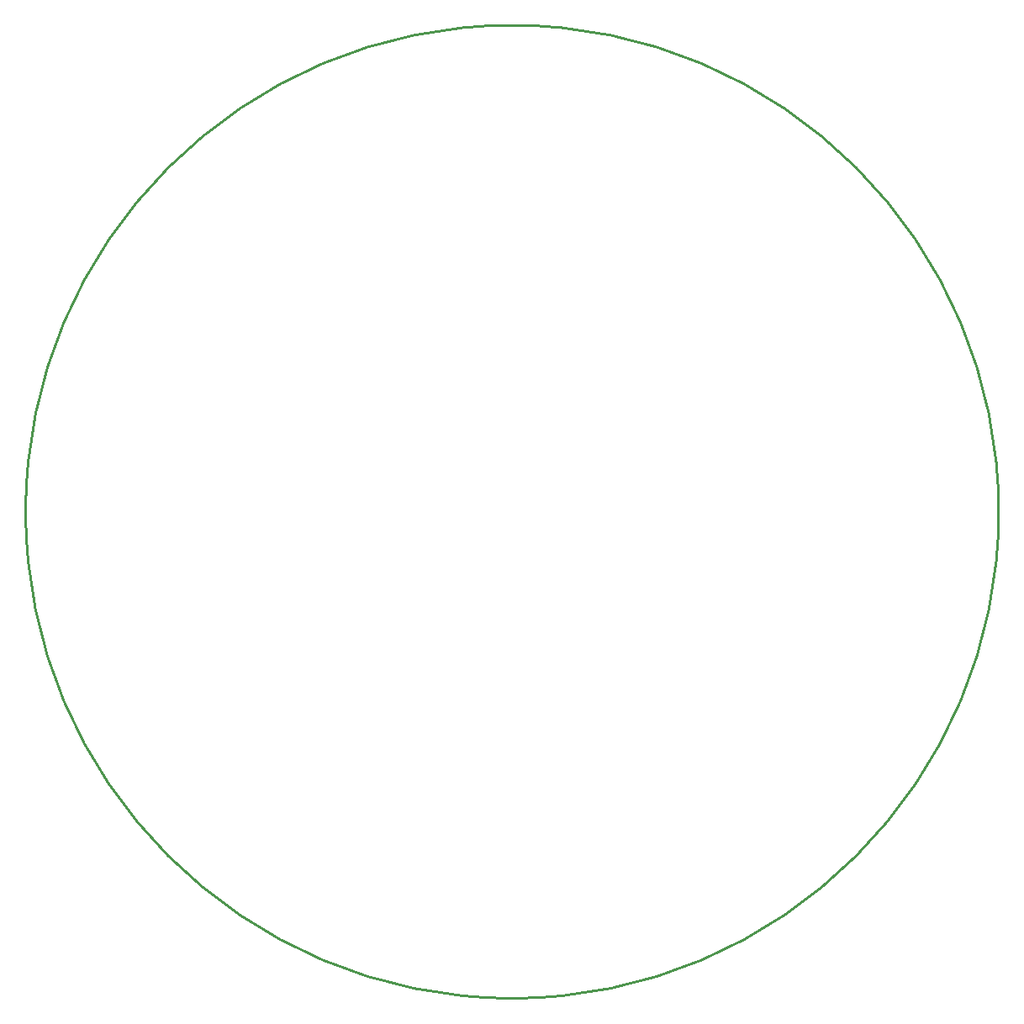
<source format=gko>
G04 Layer: BoardOutlineLayer*
G04 EasyEDA v6.5.40, 2024-07-29 16:52:19*
G04 dde3050a7ee44abca438c5715634e7ed,10*
G04 Gerber Generator version 0.2*
G04 Scale: 100 percent, Rotated: No, Reflected: No *
G04 Dimensions in millimeters *
G04 leading zeros omitted , absolute positions ,4 integer and 5 decimal *
%FSLAX45Y45*%
%MOMM*%

%ADD10C,0.2540*%
D10*
G75*
G01
X4899990Y0D02*
G03X4899990Y0I-4899990J0D01*

%LPD*%
M02*

</source>
